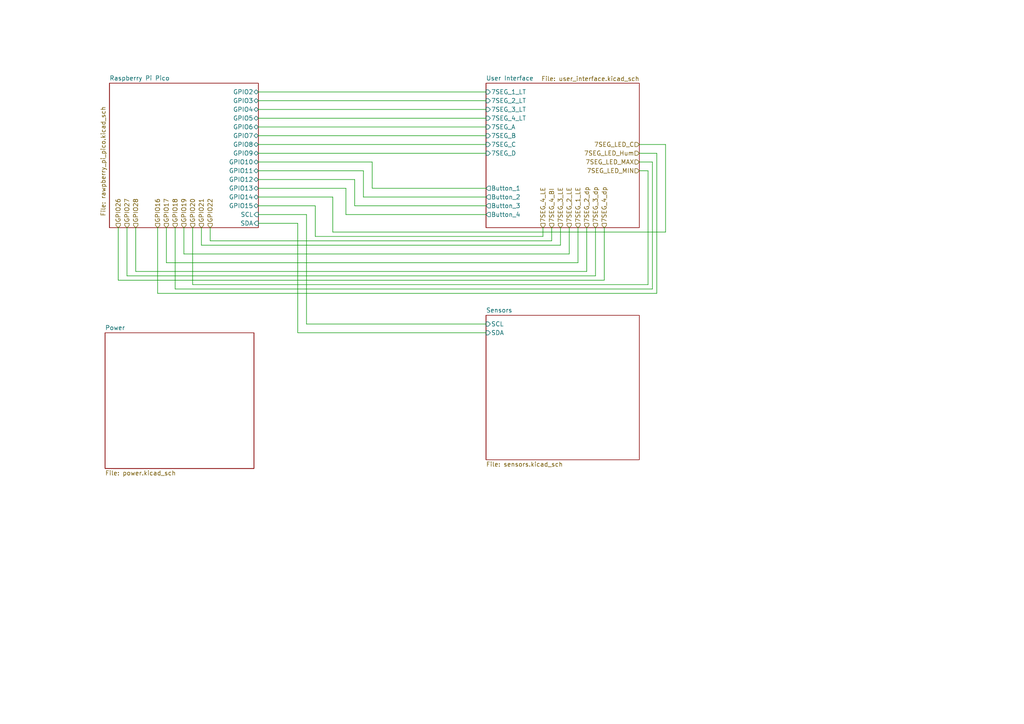
<source format=kicad_sch>
(kicad_sch
	(version 20250114)
	(generator "eeschema")
	(generator_version "9.0")
	(uuid "0b9d3690-03ac-4718-a721-d774fd5bc4e6")
	(paper "A4")
	(lib_symbols)
	(wire
		(pts
			(xy 185.42 46.99) (xy 189.23 46.99)
		)
		(stroke
			(width 0)
			(type default)
		)
		(uuid "02a2b0ff-76ec-4da4-8ec4-9dd725a409f1")
	)
	(wire
		(pts
			(xy 193.04 67.31) (xy 96.52 67.31)
		)
		(stroke
			(width 0)
			(type default)
		)
		(uuid "053b9471-fdea-4995-b777-11e876f1abb4")
	)
	(wire
		(pts
			(xy 187.96 82.55) (xy 55.88 82.55)
		)
		(stroke
			(width 0)
			(type default)
		)
		(uuid "05839ee2-1844-4642-8885-cc6cf18ab77c")
	)
	(wire
		(pts
			(xy 175.26 81.28) (xy 34.29 81.28)
		)
		(stroke
			(width 0)
			(type default)
		)
		(uuid "0722364d-28ec-44ba-92b1-6042b92f95a0")
	)
	(wire
		(pts
			(xy 102.87 52.07) (xy 102.87 59.69)
		)
		(stroke
			(width 0)
			(type default)
		)
		(uuid "0cbf7b18-c611-4bf9-af7e-b5fe200617c2")
	)
	(wire
		(pts
			(xy 55.88 82.55) (xy 55.88 66.04)
		)
		(stroke
			(width 0)
			(type default)
		)
		(uuid "0d485b9d-87e9-4a35-a95e-946fd445bc89")
	)
	(wire
		(pts
			(xy 102.87 59.69) (xy 140.97 59.69)
		)
		(stroke
			(width 0)
			(type default)
		)
		(uuid "0e3d5ac7-1788-4b72-b50f-b286251307ab")
	)
	(wire
		(pts
			(xy 74.93 59.69) (xy 91.44 59.69)
		)
		(stroke
			(width 0)
			(type default)
		)
		(uuid "0fbf1f2d-b5ca-403b-a100-ccdb4adde7a3")
	)
	(wire
		(pts
			(xy 185.42 44.45) (xy 190.5 44.45)
		)
		(stroke
			(width 0)
			(type default)
		)
		(uuid "0fc9490c-c714-4e8a-88b1-0feb2207604c")
	)
	(wire
		(pts
			(xy 74.93 39.37) (xy 140.97 39.37)
		)
		(stroke
			(width 0)
			(type default)
		)
		(uuid "13d12d35-97f8-4803-850c-1618430e1158")
	)
	(wire
		(pts
			(xy 175.26 66.04) (xy 175.26 81.28)
		)
		(stroke
			(width 0)
			(type default)
		)
		(uuid "173452aa-d873-4687-8dcf-7a7397d913df")
	)
	(wire
		(pts
			(xy 45.72 85.09) (xy 45.72 66.04)
		)
		(stroke
			(width 0)
			(type default)
		)
		(uuid "19cf039e-dd4e-43f6-8cf6-a252c40eece1")
	)
	(wire
		(pts
			(xy 74.93 62.23) (xy 88.9 62.23)
		)
		(stroke
			(width 0)
			(type default)
		)
		(uuid "1c34fb8e-982e-4a59-a51d-355e36edf561")
	)
	(wire
		(pts
			(xy 34.29 81.28) (xy 34.29 66.04)
		)
		(stroke
			(width 0)
			(type default)
		)
		(uuid "1e813766-9d69-44a1-9847-f3a4ee376a91")
	)
	(wire
		(pts
			(xy 74.93 46.99) (xy 107.95 46.99)
		)
		(stroke
			(width 0)
			(type default)
		)
		(uuid "22f75ed4-7004-41cd-8323-a3c140cbb612")
	)
	(wire
		(pts
			(xy 185.42 49.53) (xy 187.96 49.53)
		)
		(stroke
			(width 0)
			(type default)
		)
		(uuid "24fcd8b6-e902-4faa-89fc-82173c8c5b6c")
	)
	(wire
		(pts
			(xy 53.34 66.04) (xy 53.34 73.66)
		)
		(stroke
			(width 0)
			(type default)
		)
		(uuid "282b81b3-8a80-43ff-8cc5-eaf24896efd6")
	)
	(wire
		(pts
			(xy 50.8 83.82) (xy 50.8 66.04)
		)
		(stroke
			(width 0)
			(type default)
		)
		(uuid "28e3419c-6587-436b-8eab-8c5b817d9110")
	)
	(wire
		(pts
			(xy 74.93 52.07) (xy 102.87 52.07)
		)
		(stroke
			(width 0)
			(type default)
		)
		(uuid "31c37ebe-3f18-4357-a994-14dadbb24437")
	)
	(wire
		(pts
			(xy 74.93 49.53) (xy 105.41 49.53)
		)
		(stroke
			(width 0)
			(type default)
		)
		(uuid "3b419edd-2077-4be4-8aed-33edca8687be")
	)
	(wire
		(pts
			(xy 48.26 76.2) (xy 167.64 76.2)
		)
		(stroke
			(width 0)
			(type default)
		)
		(uuid "402e6fc4-aded-4956-ba49-782ac603d3b3")
	)
	(wire
		(pts
			(xy 74.93 26.67) (xy 140.97 26.67)
		)
		(stroke
			(width 0)
			(type default)
		)
		(uuid "45d0a1ba-2163-4557-8e15-0d11c0acc81d")
	)
	(wire
		(pts
			(xy 190.5 44.45) (xy 190.5 85.09)
		)
		(stroke
			(width 0)
			(type default)
		)
		(uuid "4c936232-ddf0-4a3a-9788-d59e69cc07ef")
	)
	(wire
		(pts
			(xy 170.18 78.74) (xy 39.37 78.74)
		)
		(stroke
			(width 0)
			(type default)
		)
		(uuid "54d99ea4-a4b3-4e7d-9c72-010428fde44f")
	)
	(wire
		(pts
			(xy 74.93 36.83) (xy 140.97 36.83)
		)
		(stroke
			(width 0)
			(type default)
		)
		(uuid "58beb824-dd95-4307-9e7f-b51930b7e5b1")
	)
	(wire
		(pts
			(xy 74.93 54.61) (xy 100.33 54.61)
		)
		(stroke
			(width 0)
			(type default)
		)
		(uuid "5bfe7549-1d8d-4b5c-8cc2-a53222e111dd")
	)
	(wire
		(pts
			(xy 189.23 46.99) (xy 189.23 83.82)
		)
		(stroke
			(width 0)
			(type default)
		)
		(uuid "6054daaf-8743-417e-9b80-d56804653127")
	)
	(wire
		(pts
			(xy 189.23 83.82) (xy 50.8 83.82)
		)
		(stroke
			(width 0)
			(type default)
		)
		(uuid "63eb92e0-7149-45aa-b4f2-54b155dd88e7")
	)
	(wire
		(pts
			(xy 193.04 41.91) (xy 193.04 67.31)
		)
		(stroke
			(width 0)
			(type default)
		)
		(uuid "69a80b5e-2918-4969-af73-eafb5cb76fc8")
	)
	(wire
		(pts
			(xy 172.72 80.01) (xy 172.72 66.04)
		)
		(stroke
			(width 0)
			(type default)
		)
		(uuid "6a4ea654-0317-4c22-bf02-5a236b6691a9")
	)
	(wire
		(pts
			(xy 88.9 62.23) (xy 88.9 93.98)
		)
		(stroke
			(width 0)
			(type default)
		)
		(uuid "6b748056-98a1-484b-aac0-2b3eb9cff540")
	)
	(wire
		(pts
			(xy 74.93 44.45) (xy 140.97 44.45)
		)
		(stroke
			(width 0)
			(type default)
		)
		(uuid "6d3c5e40-f585-4b5f-acf2-5dc4c2cadb76")
	)
	(wire
		(pts
			(xy 36.83 80.01) (xy 172.72 80.01)
		)
		(stroke
			(width 0)
			(type default)
		)
		(uuid "6f939e61-d4ec-47ad-9bfc-a32bbb634d46")
	)
	(wire
		(pts
			(xy 88.9 93.98) (xy 140.97 93.98)
		)
		(stroke
			(width 0)
			(type default)
		)
		(uuid "7169a10a-78e8-4f3a-bbd5-3176ec3eaf54")
	)
	(wire
		(pts
			(xy 91.44 59.69) (xy 91.44 68.58)
		)
		(stroke
			(width 0)
			(type default)
		)
		(uuid "7557c62f-5972-46e1-8324-87130f24485b")
	)
	(wire
		(pts
			(xy 91.44 68.58) (xy 157.48 68.58)
		)
		(stroke
			(width 0)
			(type default)
		)
		(uuid "7bd7314d-853e-4fd0-8aa9-57b2cfa7c646")
	)
	(wire
		(pts
			(xy 167.64 76.2) (xy 167.64 66.04)
		)
		(stroke
			(width 0)
			(type default)
		)
		(uuid "87805dcc-7df0-45c6-814a-b376681955df")
	)
	(wire
		(pts
			(xy 74.93 64.77) (xy 86.36 64.77)
		)
		(stroke
			(width 0)
			(type default)
		)
		(uuid "87b11651-9023-42ab-bc33-1aa1d07dd218")
	)
	(wire
		(pts
			(xy 48.26 66.04) (xy 48.26 76.2)
		)
		(stroke
			(width 0)
			(type default)
		)
		(uuid "8c2f34c1-f49c-4d23-8e25-fb4303e0bc2d")
	)
	(wire
		(pts
			(xy 74.93 34.29) (xy 140.97 34.29)
		)
		(stroke
			(width 0)
			(type default)
		)
		(uuid "8d565014-54ce-4333-bfb4-aca92ba7b754")
	)
	(wire
		(pts
			(xy 185.42 41.91) (xy 193.04 41.91)
		)
		(stroke
			(width 0)
			(type default)
		)
		(uuid "91b72ce0-0e8e-4a00-9dfa-c6ee1fbc7389")
	)
	(wire
		(pts
			(xy 96.52 67.31) (xy 96.52 57.15)
		)
		(stroke
			(width 0)
			(type default)
		)
		(uuid "949aa1e2-a7c7-425d-841f-836762e2b2e4")
	)
	(wire
		(pts
			(xy 165.1 73.66) (xy 165.1 66.04)
		)
		(stroke
			(width 0)
			(type default)
		)
		(uuid "9ac0a6e8-6df5-4288-b059-8d920655c316")
	)
	(wire
		(pts
			(xy 162.56 71.12) (xy 162.56 66.04)
		)
		(stroke
			(width 0)
			(type default)
		)
		(uuid "9bf5a3fa-24ea-4470-bfbd-102e00abd039")
	)
	(wire
		(pts
			(xy 60.96 66.04) (xy 60.96 69.85)
		)
		(stroke
			(width 0)
			(type default)
		)
		(uuid "9df5458d-8795-431a-84e9-985a6eef1350")
	)
	(wire
		(pts
			(xy 160.02 69.85) (xy 160.02 66.04)
		)
		(stroke
			(width 0)
			(type default)
		)
		(uuid "9e8fa071-23a7-4060-b44c-fc9e5f166b48")
	)
	(wire
		(pts
			(xy 53.34 73.66) (xy 165.1 73.66)
		)
		(stroke
			(width 0)
			(type default)
		)
		(uuid "9f5186af-2876-4def-8cff-cb0ae86b810c")
	)
	(wire
		(pts
			(xy 39.37 78.74) (xy 39.37 66.04)
		)
		(stroke
			(width 0)
			(type default)
		)
		(uuid "a01acbf8-79f6-4149-aa76-862410eb77fe")
	)
	(wire
		(pts
			(xy 107.95 46.99) (xy 107.95 54.61)
		)
		(stroke
			(width 0)
			(type default)
		)
		(uuid "a5346405-f2a7-4953-afc9-58364581fda7")
	)
	(wire
		(pts
			(xy 58.42 66.04) (xy 58.42 71.12)
		)
		(stroke
			(width 0)
			(type default)
		)
		(uuid "ac7eea38-53e7-4d5f-a85a-db8754a309dc")
	)
	(wire
		(pts
			(xy 190.5 85.09) (xy 45.72 85.09)
		)
		(stroke
			(width 0)
			(type default)
		)
		(uuid "b2b8ec79-dd62-4af0-81a7-cfcae8737171")
	)
	(wire
		(pts
			(xy 100.33 62.23) (xy 140.97 62.23)
		)
		(stroke
			(width 0)
			(type default)
		)
		(uuid "b43ddcb5-af95-4fb4-af77-55a2bc38c638")
	)
	(wire
		(pts
			(xy 74.93 29.21) (xy 140.97 29.21)
		)
		(stroke
			(width 0)
			(type default)
		)
		(uuid "b453f48c-7104-472c-979d-41afbff1ad33")
	)
	(wire
		(pts
			(xy 58.42 71.12) (xy 162.56 71.12)
		)
		(stroke
			(width 0)
			(type default)
		)
		(uuid "be3129e8-8462-4f27-84f5-aaee0f95fbc0")
	)
	(wire
		(pts
			(xy 170.18 66.04) (xy 170.18 78.74)
		)
		(stroke
			(width 0)
			(type default)
		)
		(uuid "bf63d67b-1c44-4a49-9483-fb1c5c395bae")
	)
	(wire
		(pts
			(xy 157.48 68.58) (xy 157.48 66.04)
		)
		(stroke
			(width 0)
			(type default)
		)
		(uuid "c25cbfcb-9aed-4d69-a4a2-96df8096e384")
	)
	(wire
		(pts
			(xy 107.95 54.61) (xy 140.97 54.61)
		)
		(stroke
			(width 0)
			(type default)
		)
		(uuid "ccad0d85-17fa-494a-9263-16d11433d6cd")
	)
	(wire
		(pts
			(xy 36.83 66.04) (xy 36.83 80.01)
		)
		(stroke
			(width 0)
			(type default)
		)
		(uuid "ccd53d76-c1c9-4f2e-a4fa-a31a1fdc2e75")
	)
	(wire
		(pts
			(xy 100.33 54.61) (xy 100.33 62.23)
		)
		(stroke
			(width 0)
			(type default)
		)
		(uuid "d0d4ae5b-9610-450a-95fd-0c956890ae5b")
	)
	(wire
		(pts
			(xy 86.36 64.77) (xy 86.36 96.52)
		)
		(stroke
			(width 0)
			(type default)
		)
		(uuid "d53989ba-e278-4692-a65c-5ac4056fb99d")
	)
	(wire
		(pts
			(xy 86.36 96.52) (xy 140.97 96.52)
		)
		(stroke
			(width 0)
			(type default)
		)
		(uuid "d7aed86b-d5e5-42c0-a82a-5c1f1153e98a")
	)
	(wire
		(pts
			(xy 74.93 31.75) (xy 140.97 31.75)
		)
		(stroke
			(width 0)
			(type default)
		)
		(uuid "d8dfa530-5f96-403f-b379-874d14df164a")
	)
	(wire
		(pts
			(xy 187.96 49.53) (xy 187.96 82.55)
		)
		(stroke
			(width 0)
			(type default)
		)
		(uuid "dedf348c-f65d-415b-9dc8-69b0eb638afa")
	)
	(wire
		(pts
			(xy 96.52 57.15) (xy 74.93 57.15)
		)
		(stroke
			(width 0)
			(type default)
		)
		(uuid "e528daab-ac29-4e4a-8819-bf2dbd684c54")
	)
	(wire
		(pts
			(xy 60.96 69.85) (xy 160.02 69.85)
		)
		(stroke
			(width 0)
			(type default)
		)
		(uuid "e7c39788-b272-4e93-a18d-8dfcd4b1934d")
	)
	(wire
		(pts
			(xy 105.41 57.15) (xy 140.97 57.15)
		)
		(stroke
			(width 0)
			(type default)
		)
		(uuid "e8ed5642-9db1-42be-9ab5-75c3b7fbf34b")
	)
	(wire
		(pts
			(xy 105.41 49.53) (xy 105.41 57.15)
		)
		(stroke
			(width 0)
			(type default)
		)
		(uuid "f12bb2d4-6ecf-4ffb-8649-578cb34ee7e7")
	)
	(wire
		(pts
			(xy 74.93 41.91) (xy 140.97 41.91)
		)
		(stroke
			(width 0)
			(type default)
		)
		(uuid "fc7db08c-623d-45f3-a986-2f627e89ac75")
	)
	(hierarchical_label "GPIO18"
		(shape input)
		(at 50.8 66.04 90)
		(effects
			(font
				(size 1.27 1.27)
			)
			(justify left)
		)
		(uuid "0f46495d-1d32-4f1a-a7fb-647ccce24566")
	)
	(hierarchical_label "7SEG_4_BI"
		(shape input)
		(at 160.02 66.04 90)
		(effects
			(font
				(size 1.27 1.27)
			)
			(justify left)
		)
		(uuid "18509500-d71c-4212-94f7-2386f6488d6f")
	)
	(hierarchical_label "7SEG_LED_MAX"
		(shape input)
		(at 185.42 46.99 180)
		(effects
			(font
				(size 1.27 1.27)
			)
			(justify right)
		)
		(uuid "29897bae-a0e0-44f3-9151-c98e7bc86ce0")
	)
	(hierarchical_label "7SEG_LED_Hum"
		(shape input)
		(at 185.42 44.45 180)
		(effects
			(font
				(size 1.27 1.27)
			)
			(justify right)
		)
		(uuid "2d0a1fbe-8b49-4393-9a17-e7eeef964a23")
	)
	(hierarchical_label "7SEG_4_dp"
		(shape input)
		(at 175.26 66.04 90)
		(effects
			(font
				(size 1.27 1.27)
			)
			(justify left)
		)
		(uuid "4c1536d0-7f49-498f-b9c0-e5b780f90e34")
	)
	(hierarchical_label "GPIO28"
		(shape input)
		(at 39.37 66.04 90)
		(effects
			(font
				(size 1.27 1.27)
			)
			(justify left)
		)
		(uuid "81d92761-864f-4d2c-b642-34cedda2faee")
	)
	(hierarchical_label "7SEG_4_LE"
		(shape input)
		(at 157.48 66.04 90)
		(effects
			(font
				(size 1.27 1.27)
			)
			(justify left)
		)
		(uuid "883b797f-fe19-47ba-9a83-624306c01e7c")
	)
	(hierarchical_label "GPIO26"
		(shape input)
		(at 34.29 66.04 90)
		(effects
			(font
				(size 1.27 1.27)
			)
			(justify left)
		)
		(uuid "8840e53e-32bd-4159-8f44-66dabce956f8")
	)
	(hierarchical_label "GPIO21"
		(shape input)
		(at 58.42 66.04 90)
		(effects
			(font
				(size 1.27 1.27)
			)
			(justify left)
		)
		(uuid "8f70130c-6e91-4886-a838-67166fb91e1d")
	)
	(hierarchical_label "GPIO16"
		(shape input)
		(at 45.72 66.04 90)
		(effects
			(font
				(size 1.27 1.27)
			)
			(justify left)
		)
		(uuid "98636b21-4e68-469a-96aa-5753d7871356")
	)
	(hierarchical_label "GPIO20"
		(shape input)
		(at 55.88 66.04 90)
		(effects
			(font
				(size 1.27 1.27)
			)
			(justify left)
		)
		(uuid "a612ed85-e275-4e78-93b7-ce6bbbeb2980")
	)
	(hierarchical_label "7SEG_2_LE"
		(shape input)
		(at 165.1 66.04 90)
		(effects
			(font
				(size 1.27 1.27)
			)
			(justify left)
		)
		(uuid "bb444698-212e-42ac-b874-7342a2144b9c")
	)
	(hierarchical_label "GPIO27"
		(shape input)
		(at 36.83 66.04 90)
		(effects
			(font
				(size 1.27 1.27)
			)
			(justify left)
		)
		(uuid "c35677a9-b438-417e-8ac0-a6c042eddf39")
	)
	(hierarchical_label "GPIO17"
		(shape input)
		(at 48.26 66.04 90)
		(effects
			(font
				(size 1.27 1.27)
			)
			(justify left)
		)
		(uuid "c47e2f20-4632-441b-9da7-96d96395101f")
	)
	(hierarchical_label "7SEG_LED_C"
		(shape input)
		(at 185.42 41.91 180)
		(effects
			(font
				(size 1.27 1.27)
			)
			(justify right)
		)
		(uuid "c53aae26-7f8c-4582-bee1-98eb395c263d")
	)
	(hierarchical_label "7SEG_3_dp"
		(shape input)
		(at 172.72 66.04 90)
		(effects
			(font
				(size 1.27 1.27)
			)
			(justify left)
		)
		(uuid "d0152a9a-dcec-4236-a4f8-07eff23ff92b")
	)
	(hierarchical_label "7SEG_1_LE"
		(shape input)
		(at 167.64 66.04 90)
		(effects
			(font
				(size 1.27 1.27)
			)
			(justify left)
		)
		(uuid "d367b8ab-6440-4121-ac23-b8d2e968504f")
	)
	(hierarchical_label "7SEG_3_LE"
		(shape input)
		(at 162.56 66.04 90)
		(effects
			(font
				(size 1.27 1.27)
			)
			(justify left)
		)
		(uuid "dc17bd6f-ef05-4864-b909-023d2274b151")
	)
	(hierarchical_label "7SEG_LED_MIN"
		(shape input)
		(at 185.42 49.53 180)
		(effects
			(font
				(size 1.27 1.27)
			)
			(justify right)
		)
		(uuid "e181a0b8-5aba-4c39-b722-8d507074691b")
	)
	(hierarchical_label "7SEG_2_dp"
		(shape input)
		(at 170.18 66.04 90)
		(effects
			(font
				(size 1.27 1.27)
			)
			(justify left)
		)
		(uuid "e85dd71d-e0e4-43a3-bfdd-26b8dccb1175")
	)
	(hierarchical_label "GPIO19"
		(shape input)
		(at 53.34 66.04 90)
		(effects
			(font
				(size 1.27 1.27)
			)
			(justify left)
		)
		(uuid "e962e54a-e0f6-4091-b90b-be0fb19f613d")
	)
	(hierarchical_label "GPIO22"
		(shape input)
		(at 60.96 66.04 90)
		(effects
			(font
				(size 1.27 1.27)
			)
			(justify left)
		)
		(uuid "f9f27487-d750-484d-8047-624529ac51fa")
	)
	(sheet
		(at 140.97 91.44)
		(size 44.45 41.91)
		(exclude_from_sim no)
		(in_bom yes)
		(on_board yes)
		(dnp no)
		(fields_autoplaced yes)
		(stroke
			(width 0.1524)
			(type solid)
		)
		(fill
			(color 0 0 0 0.0000)
		)
		(uuid "5fe622be-2fbe-4fed-9f59-bd26a10dcc1e")
		(property "Sheetname" "Sensors"
			(at 140.97 90.7284 0)
			(effects
				(font
					(size 1.27 1.27)
				)
				(justify left bottom)
			)
		)
		(property "Sheetfile" "sensors.kicad_sch"
			(at 140.97 133.9346 0)
			(effects
				(font
					(size 1.27 1.27)
				)
				(justify left top)
			)
		)
		(pin "SDA" input
			(at 140.97 96.52 180)
			(uuid "713fe487-b9e8-4de9-92dc-ee32bab49ee1")
			(effects
				(font
					(size 1.27 1.27)
				)
				(justify left)
			)
		)
		(pin "SCL" input
			(at 140.97 93.98 180)
			(uuid "f6df8e82-295e-4034-9008-7a3b51f6904d")
			(effects
				(font
					(size 1.27 1.27)
				)
				(justify left)
			)
		)
		(instances
			(project "WSEN-HIDS_Demo_Board"
				(path "/0b9d3690-03ac-4718-a721-d774fd5bc4e6"
					(page "3")
				)
			)
		)
	)
	(sheet
		(at 140.97 24.13)
		(size 44.45 41.91)
		(exclude_from_sim no)
		(in_bom yes)
		(on_board yes)
		(dnp no)
		(stroke
			(width 0.1524)
			(type solid)
		)
		(fill
			(color 0 0 0 0.0000)
		)
		(uuid "9e0e4e3f-3c7c-4b3a-bc30-30a8de879c94")
		(property "Sheetname" "User Interface"
			(at 140.97 23.4184 0)
			(effects
				(font
					(size 1.27 1.27)
				)
				(justify left bottom)
			)
		)
		(property "Sheetfile" "user_interface.kicad_sch"
			(at 156.972 22.098 0)
			(effects
				(font
					(size 1.27 1.27)
				)
				(justify left top)
			)
		)
		(pin "Button_1" output
			(at 140.97 54.61 180)
			(uuid "e92e585b-e0dd-4fe6-bca7-55a745d2f349")
			(effects
				(font
					(size 1.27 1.27)
				)
				(justify left)
			)
		)
		(pin "Button_2" output
			(at 140.97 57.15 180)
			(uuid "0f997b69-9dfe-478e-b450-febf47ac5927")
			(effects
				(font
					(size 1.27 1.27)
				)
				(justify left)
			)
		)
		(pin "Button_3" output
			(at 140.97 59.69 180)
			(uuid "a04a3176-d459-4676-8437-18c874a12098")
			(effects
				(font
					(size 1.27 1.27)
				)
				(justify left)
			)
		)
		(pin "Button_4" output
			(at 140.97 62.23 180)
			(uuid "a355cf42-20fd-4476-b01d-d4ce8fda97f2")
			(effects
				(font
					(size 1.27 1.27)
				)
				(justify left)
			)
		)
		(pin "7SEG_1_LT" input
			(at 140.97 26.67 180)
			(uuid "2be0edff-a6db-4568-ad87-77f5aa9fa1bf")
			(effects
				(font
					(size 1.27 1.27)
				)
				(justify left)
			)
		)
		(pin "7SEG_2_LT" input
			(at 140.97 29.21 180)
			(uuid "8475fb43-e3e7-41ef-af81-e5c1b3d2fb01")
			(effects
				(font
					(size 1.27 1.27)
				)
				(justify left)
			)
		)
		(pin "7SEG_3_LT" input
			(at 140.97 31.75 180)
			(uuid "4c31f386-202f-4d5f-957d-e8ece2edfa93")
			(effects
				(font
					(size 1.27 1.27)
				)
				(justify left)
			)
		)
		(pin "7SEG_4_LT" input
			(at 140.97 34.29 180)
			(uuid "5e085843-43d4-4b42-a8c2-396d7b8c5e94")
			(effects
				(font
					(size 1.27 1.27)
				)
				(justify left)
			)
		)
		(pin "7SEG_A" input
			(at 140.97 36.83 180)
			(uuid "30b12fb8-96ef-453f-a485-e2054c69c362")
			(effects
				(font
					(size 1.27 1.27)
				)
				(justify left)
			)
		)
		(pin "7SEG_B" input
			(at 140.97 39.37 180)
			(uuid "b7f3e0f9-4bbc-426e-a37f-54f7a0f770e1")
			(effects
				(font
					(size 1.27 1.27)
				)
				(justify left)
			)
		)
		(pin "7SEG_C" input
			(at 140.97 41.91 180)
			(uuid "255987f5-1613-44b1-80db-05edbea49265")
			(effects
				(font
					(size 1.27 1.27)
				)
				(justify left)
			)
		)
		(pin "7SEG_D" input
			(at 140.97 44.45 180)
			(uuid "6c12793c-8956-45d9-887f-4e7d7bda0c42")
			(effects
				(font
					(size 1.27 1.27)
				)
				(justify left)
			)
		)
		(instances
			(project "WSEN-HIDS_Demo_Board"
				(path "/0b9d3690-03ac-4718-a721-d774fd5bc4e6"
					(page "4")
				)
			)
		)
	)
	(sheet
		(at 30.48 96.52)
		(size 43.18 39.37)
		(exclude_from_sim no)
		(in_bom yes)
		(on_board yes)
		(dnp no)
		(fields_autoplaced yes)
		(stroke
			(width 0.1524)
			(type solid)
		)
		(fill
			(color 0 0 0 0.0000)
		)
		(uuid "da043c4a-e63b-4285-ab79-e3083cebdb2b")
		(property "Sheetname" "Power"
			(at 30.48 95.8084 0)
			(effects
				(font
					(size 1.27 1.27)
				)
				(justify left bottom)
			)
		)
		(property "Sheetfile" "power.kicad_sch"
			(at 30.48 136.4746 0)
			(effects
				(font
					(size 1.27 1.27)
				)
				(justify left top)
			)
		)
		(instances
			(project "WSEN-HIDS_Demo_Board"
				(path "/0b9d3690-03ac-4718-a721-d774fd5bc4e6"
					(page "5")
				)
			)
		)
	)
	(sheet
		(at 31.75 24.13)
		(size 43.18 41.91)
		(exclude_from_sim no)
		(in_bom yes)
		(on_board yes)
		(dnp no)
		(stroke
			(width 0.1524)
			(type solid)
		)
		(fill
			(color 0 0 0 0.0000)
		)
		(uuid "faf2ce06-15fe-4950-87f7-f180a1f62497")
		(property "Sheetname" "Raspberry Pi Pico"
			(at 31.75 23.4184 0)
			(effects
				(font
					(size 1.27 1.27)
				)
				(justify left bottom)
			)
		)
		(property "Sheetfile" "rawpberry_pi_pico.kicad_sch"
			(at 29.21 62.738 90)
			(effects
				(font
					(size 1.27 1.27)
				)
				(justify left top)
			)
		)
		(pin "GPIO2" bidirectional
			(at 74.93 26.67 0)
			(uuid "469d7bab-3a42-4303-8fa6-c839efccfaaa")
			(effects
				(font
					(size 1.27 1.27)
				)
				(justify right)
			)
		)
		(pin "GPIO3" bidirectional
			(at 74.93 29.21 0)
			(uuid "fba18e4a-b4ae-41dd-8ee7-5dec247466ef")
			(effects
				(font
					(size 1.27 1.27)
				)
				(justify right)
			)
		)
		(pin "GPIO4" bidirectional
			(at 74.93 31.75 0)
			(uuid "6bc549ee-ac8a-4915-8673-aebeb80bd92f")
			(effects
				(font
					(size 1.27 1.27)
				)
				(justify right)
			)
		)
		(pin "GPIO5" bidirectional
			(at 74.93 34.29 0)
			(uuid "d96cfb5b-769a-4971-b45f-e0c184a971be")
			(effects
				(font
					(size 1.27 1.27)
				)
				(justify right)
			)
		)
		(pin "GPIO6" bidirectional
			(at 74.93 36.83 0)
			(uuid "220363bf-86ca-457b-86f8-f14d96a4caa9")
			(effects
				(font
					(size 1.27 1.27)
				)
				(justify right)
			)
		)
		(pin "GPIO7" bidirectional
			(at 74.93 39.37 0)
			(uuid "768cb11d-d81d-407e-ab0a-d5efeb56c6dc")
			(effects
				(font
					(size 1.27 1.27)
				)
				(justify right)
			)
		)
		(pin "GPIO8" bidirectional
			(at 74.93 41.91 0)
			(uuid "6df97e66-191f-4036-9137-d1c3dc222b8d")
			(effects
				(font
					(size 1.27 1.27)
				)
				(justify right)
			)
		)
		(pin "GPIO9" bidirectional
			(at 74.93 44.45 0)
			(uuid "07fe4313-406d-4ee5-be64-d8548c6627ff")
			(effects
				(font
					(size 1.27 1.27)
				)
				(justify right)
			)
		)
		(pin "GPIO10" bidirectional
			(at 74.93 46.99 0)
			(uuid "ce4f0181-f6ff-4602-bea5-94a609e234fb")
			(effects
				(font
					(size 1.27 1.27)
				)
				(justify right)
			)
		)
		(pin "GPIO11" bidirectional
			(at 74.93 49.53 0)
			(uuid "c1438077-4fad-4da5-bd68-526d74abe312")
			(effects
				(font
					(size 1.27 1.27)
				)
				(justify right)
			)
		)
		(pin "GPIO12" bidirectional
			(at 74.93 52.07 0)
			(uuid "28219669-70aa-4ae3-b8ee-77ff1b2d775f")
			(effects
				(font
					(size 1.27 1.27)
				)
				(justify right)
			)
		)
		(pin "GPIO13" bidirectional
			(at 74.93 54.61 0)
			(uuid "ac4ca277-f57d-4493-8d6f-8e3873c9473a")
			(effects
				(font
					(size 1.27 1.27)
				)
				(justify right)
			)
		)
		(pin "GPIO14" bidirectional
			(at 74.93 57.15 0)
			(uuid "86a824c6-4130-4eb5-855b-18270f06585c")
			(effects
				(font
					(size 1.27 1.27)
				)
				(justify right)
			)
		)
		(pin "GPIO15" bidirectional
			(at 74.93 59.69 0)
			(uuid "ba9b8612-3090-4fdd-8baa-bf290765c5cc")
			(effects
				(font
					(size 1.27 1.27)
				)
				(justify right)
			)
		)
		(pin "SCL" input
			(at 74.93 62.23 0)
			(uuid "a57e2037-166a-4110-9d16-398048966290")
			(effects
				(font
					(size 1.27 1.27)
				)
				(justify right)
			)
		)
		(pin "SDA" input
			(at 74.93 64.77 0)
			(uuid "7b55f58f-8e6c-4cd7-942d-d1e62193dde8")
			(effects
				(font
					(size 1.27 1.27)
				)
				(justify right)
			)
		)
		(instances
			(project "WSEN-HIDS_Demo_Board"
				(path "/0b9d3690-03ac-4718-a721-d774fd5bc4e6"
					(page "2")
				)
			)
		)
	)
	(sheet_instances
		(path "/"
			(page "1")
		)
	)
	(embedded_fonts no)
)

</source>
